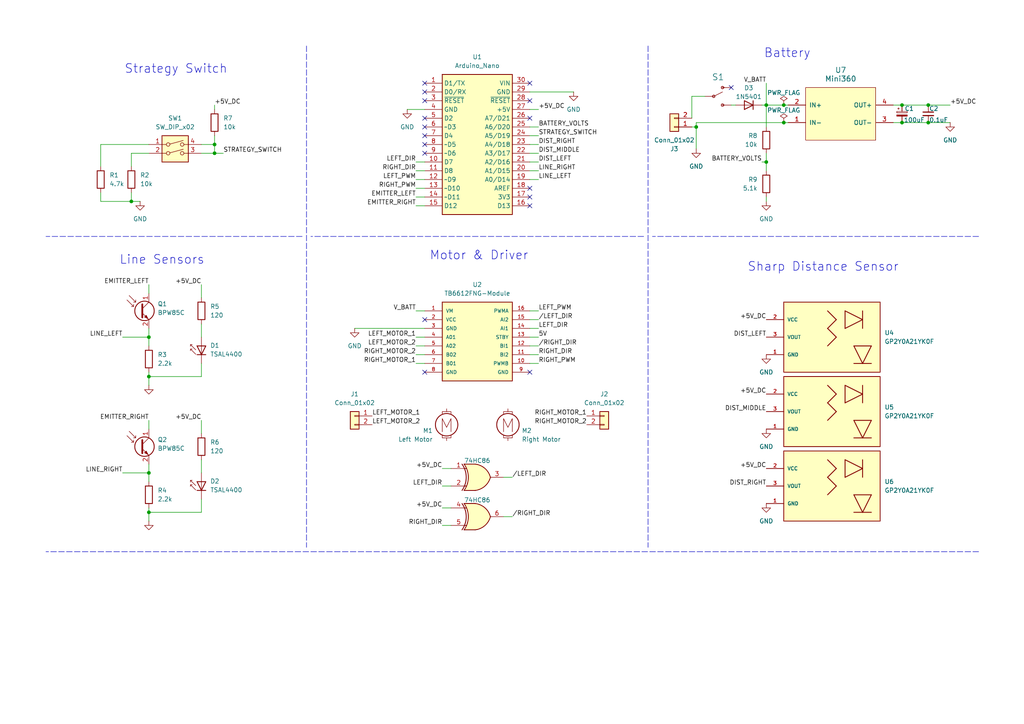
<source format=kicad_sch>
(kicad_sch (version 20250114) (generator "eeschema") (generator_version "9.0")
  (paper "A4")
  (lib_symbols
    (symbol "74xx:74HC86" (pin_names (offset 1.016))
      (property "Reference" "U" (at 0 1.27 0))
      (property "Value" "74HC86" (at 0 -1.27 0))
      (symbol "74HC86_1_0"
        (arc (start -4.4196 3.81) (mid -3.2033 0) (end -4.4196 -3.81) (stroke (width 0.254)))
        (arc (start -3.81 3.81) (mid -2.589 0) (end -3.81 -3.81) (stroke (width 0.254)))
        (polyline (pts (xy -3.81 3.81) (xy -0.635 3.81)) (stroke (width 0.254)) (fill (type background)))
        (polyline (pts (xy -3.81 -3.81) (xy -0.635 -3.81)) (stroke (width 0.254)) (fill (type background)))
        (arc (start 3.81 0) (mid 2.1855 -2.584) (end -0.6096 -3.81) (stroke (width 0.254)) (fill (type background)))
        (arc (start -0.6096 3.81) (mid 2.1928 2.5924) (end 3.81 0) (stroke (width 0.254)) (fill (type background)))
        (polyline (pts (xy -0.635 3.81) (xy -3.81 3.81) (xy -3.81 3.81) (xy -3.556 3.4036) (xy -3.0226 2.2606) (xy -2.6924 1.0414) (xy -2.6162 -0.254) (xy -2.7686 -1.4986) (xy -3.175 -2.7178) (xy -3.81 -3.81) (xy -3.81 -3.81) (xy -0.635 -3.81)) (stroke (width -25.4)) (fill (type background)))
        (pin input line (at -7.62 2.54 0) (length 4.445) (name "~") (number "1"))
        (pin input line (at -7.62 -2.54 0) (length 4.445) (name "~") (number "2"))
        (pin output line (at 7.62 0 180) (length 3.81) (name "~") (number "3"))
      )
      (symbol "74HC86_1_1"
        (polyline (pts (xy -3.81 2.54) (xy -3.175 2.54)) (stroke (width 0.1524)))
        (polyline (pts (xy -3.81 -2.54) (xy -3.175 -2.54)) (stroke (width 0.1524)))
      )
      (symbol "74HC86_2_0"
        (arc (start -4.4196 3.81) (mid -3.2033 0) (end -4.4196 -3.81) (stroke (width 0.254)))
        (arc (start -3.81 3.81) (mid -2.589 0) (end -3.81 -3.81) (stroke (width 0.254)))
        (polyline (pts (xy -3.81 3.81) (xy -0.635 3.81)) (stroke (width 0.254)) (fill (type background)))
        (polyline (pts (xy -3.81 -3.81) (xy -0.635 -3.81)) (stroke (width 0.254)) (fill (type background)))
        (arc (start 3.81 0) (mid 2.1855 -2.584) (end -0.6096 -3.81) (stroke (width 0.254)) (fill (type background)))
        (arc (start -0.6096 3.81) (mid 2.1928 2.5924) (end 3.81 0) (stroke (width 0.254)) (fill (type background)))
        (polyline (pts (xy -0.635 3.81) (xy -3.81 3.81) (xy -3.81 3.81) (xy -3.556 3.4036) (xy -3.0226 2.2606) (xy -2.6924 1.0414) (xy -2.6162 -0.254) (xy -2.7686 -1.4986) (xy -3.175 -2.7178) (xy -3.81 -3.81) (xy -3.81 -3.81) (xy -0.635 -3.81)) (stroke (width -25.4)) (fill (type background)))
        (pin input line (at -7.62 2.54 0) (length 4.445) (name "~") (number "4"))
        (pin input line (at -7.62 -2.54 0) (length 4.445) (name "~") (number "5"))
        (pin output line (at 7.62 0 180) (length 3.81) (name "~") (number "6"))
      )
      (symbol "74HC86_2_1"
        (polyline (pts (xy -3.81 2.54) (xy -3.175 2.54)) (stroke (width 0.1524)))
        (polyline (pts (xy -3.81 -2.54) (xy -3.175 -2.54)) (stroke (width 0.1524)))
      )
      (symbol "74HC86_3_0"
        (arc (start -4.4196 3.81) (mid -3.2033 0) (end -4.4196 -3.81) (stroke (width 0.254)))
        (arc (start -3.81 3.81) (mid -2.589 0) (end -3.81 -3.81) (stroke (width 0.254)))
        (polyline (pts (xy -3.81 3.81) (xy -0.635 3.81)) (stroke (width 0.254)) (fill (type background)))
        (polyline (pts (xy -3.81 -3.81) (xy -0.635 -3.81)) (stroke (width 0.254)) (fill (type background)))
        (arc (start 3.81 0) (mid 2.1855 -2.584) (end -0.6096 -3.81) (stroke (width 0.254)) (fill (type background)))
        (arc (start -0.6096 3.81) (mid 2.1928 2.5924) (end 3.81 0) (stroke (width 0.254)) (fill (type background)))
        (polyline (pts (xy -0.635 3.81) (xy -3.81 3.81) (xy -3.81 3.81) (xy -3.556 3.4036) (xy -3.0226 2.2606) (xy -2.6924 1.0414) (xy -2.6162 -0.254) (xy -2.7686 -1.4986) (xy -3.175 -2.7178) (xy -3.81 -3.81) (xy -3.81 -3.81) (xy -0.635 -3.81)) (stroke (width -25.4)) (fill (type background)))
        (pin input line (at -7.62 2.54 0) (length 4.445) (name "~") (number "9"))
        (pin input line (at -7.62 -2.54 0) (length 4.445) (name "~") (number "10"))
        (pin output line (at 7.62 0 180) (length 3.81) (name "~") (number "8"))
      )
      (symbol "74HC86_3_1"
        (polyline (pts (xy -3.81 2.54) (xy -3.175 2.54)) (stroke (width 0.1524)))
        (polyline (pts (xy -3.81 -2.54) (xy -3.175 -2.54)) (stroke (width 0.1524)))
      )
      (symbol "74HC86_4_0"
        (arc (start -4.4196 3.81) (mid -3.2033 0) (end -4.4196 -3.81) (stroke (width 0.254)))
        (arc (start -3.81 3.81) (mid -2.589 0) (end -3.81 -3.81) (stroke (width 0.254)))
        (polyline (pts (xy -3.81 3.81) (xy -0.635 3.81)) (stroke (width 0.254)) (fill (type background)))
        (polyline (pts (xy -3.81 -3.81) (xy -0.635 -3.81)) (stroke (width 0.254)) (fill (type background)))
        (arc (start 3.81 0) (mid 2.1855 -2.584) (end -0.6096 -3.81) (stroke (width 0.254)) (fill (type background)))
        (arc (start -0.6096 3.81) (mid 2.1928 2.5924) (end 3.81 0) (stroke (width 0.254)) (fill (type background)))
        (polyline (pts (xy -0.635 3.81) (xy -3.81 3.81) (xy -3.81 3.81) (xy -3.556 3.4036) (xy -3.0226 2.2606) (xy -2.6924 1.0414) (xy -2.6162 -0.254) (xy -2.7686 -1.4986) (xy -3.175 -2.7178) (xy -3.81 -3.81) (xy -3.81 -3.81) (xy -0.635 -3.81)) (stroke (width -25.4)) (fill (type background)))
        (pin input line (at -7.62 2.54 0) (length 4.445) (name "~") (number "12"))
        (pin input line (at -7.62 -2.54 0) (length 4.445) (name "~") (number "13"))
        (pin output line (at 7.62 0 180) (length 3.81) (name "~") (number "11"))
      )
      (symbol "74HC86_4_1"
        (polyline (pts (xy -3.81 2.54) (xy -3.175 2.54)) (stroke (width 0.1524)))
        (polyline (pts (xy -3.81 -2.54) (xy -3.175 -2.54)) (stroke (width 0.1524)))
      )
      (symbol "74HC86_5_0"
        (pin power_in line (at 0 12.7 270) (length 5.08) (name "VCC") (number "14"))
        (pin power_in line (at 0 -12.7 90) (length 5.08) (name "GND") (number "7"))
      )
      (symbol "74HC86_5_1"
        (rectangle (start -5.08 7.62) (end 5.08 -7.62) (stroke (width 0.254)) (fill (type background)))
      )
    )
    (symbol "Connector_Generic:Conn_01x02" (pin_names (offset 1.016) (hide yes))
      (property "Reference" "J" (at 0 2.54 0))
      (property "Value" "Conn_01x02" (at 0 -5.08 0))
      (symbol "Conn_01x02_1_1"
        (rectangle (start -1.27 1.27) (end 1.27 -3.81) (stroke (width 0.254)) (fill (type background)))
        (rectangle (start -1.27 0.127) (end 0 -0.127) (stroke (width 0.1524)))
        (rectangle (start -1.27 -2.413) (end 0 -2.667) (stroke (width 0.1524)))
        (pin passive line (at -5.08 0 0) (length 3.81) (name "Pin_1") (number "1"))
        (pin passive line (at -5.08 -2.54 0) (length 3.81) (name "Pin_2") (number "2"))
      )
    )
    (symbol "Device:C_Polarized_Small" (pin_numbers (hide yes)) (pin_names (offset 0.254) (hide yes))
      (property "Reference" "C" (at 0.254 1.778 0))
      (property "Value" "C_Polarized_Small" (at 0.254 -2.032 0))
      (symbol "C_Polarized_Small_0_1"
        (rectangle (start -1.524 0.6858) (end 1.524 0.3048))
        (rectangle (start -1.524 -0.3048) (end 1.524 -0.6858) (fill (type outline)))
        (polyline (pts (xy -1.27 1.524) (xy -0.762 1.524)))
        (polyline (pts (xy -1.016 1.27) (xy -1.016 1.778)))
      )
      (symbol "C_Polarized_Small_1_1"
        (pin passive line (at 0 2.54 270) (length 1.8542) (name "~") (number "1"))
        (pin passive line (at 0 -2.54 90) (length 1.8542) (name "~") (number "2"))
      )
    )
    (symbol "Device:C_Small" (pin_numbers (hide yes)) (pin_names (offset 0.254) (hide yes))
      (property "Reference" "C" (at 0.254 1.778 0))
      (property "Value" "C_Small" (at 0.254 -2.032 0))
      (symbol "C_Small_0_1"
        (polyline (pts (xy -1.524 0.508) (xy 1.524 0.508)) (stroke (width 0.3048)))
        (polyline (pts (xy -1.524 -0.508) (xy 1.524 -0.508)) (stroke (width 0.3302)))
      )
      (symbol "C_Small_1_1"
        (pin passive line (at 0 2.54 270) (length 2.032) (name "~") (number "1"))
        (pin passive line (at 0 -2.54 90) (length 2.032) (name "~") (number "2"))
      )
    )
    (symbol "Device:D" (pin_numbers (hide yes)) (pin_names (offset 1.016) (hide yes))
      (property "Reference" "D" (at 0 2.54 0))
      (property "Value" "D" (at 0 -2.54 0))
      (symbol "D_0_1"
        (polyline (pts (xy -1.27 1.27) (xy -1.27 -1.27)) (stroke (width 0.254)))
        (polyline (pts (xy 1.27 1.27) (xy 1.27 -1.27) (xy -1.27 0) (xy 1.27 1.27)) (stroke (width 0.254)))
        (polyline (pts (xy 1.27 0) (xy -1.27 0)))
      )
      (symbol "D_1_1"
        (pin passive line (at -3.81 0 0) (length 2.54) (name "K") (number "1"))
        (pin passive line (at 3.81 0 180) (length 2.54) (name "A") (number "2"))
      )
    )
    (symbol "Device:R" (pin_numbers (hide yes)) (pin_names (offset 0))
      (property "Reference" "R" (at 2.032 0 90))
      (property "Value" "R" (at 0 0 90))
      (symbol "R_0_1"
        (rectangle (start -1.016 -2.54) (end 1.016 2.54) (stroke (width 0.254)))
      )
      (symbol "R_1_1"
        (pin passive line (at 0 3.81 270) (length 1.27) (name "~") (number "1"))
        (pin passive line (at 0 -3.81 90) (length 1.27) (name "~") (number "2"))
      )
    )
    (symbol "GND_1" (power) (pin_numbers (hide yes)) (pin_names (offset 0) (hide yes))
      (property "Value" "GND" (at 0 -3.81 0))
      (symbol "GND_1_0_1"
        (polyline (pts (xy 0 0) (xy 0 -1.27) (xy 1.27 -1.27) (xy 0 -2.54) (xy -1.27 -1.27) (xy 0 -1.27)))
      )
      (symbol "GND_1_1_1"
        (pin power_in line (at 0 0 270) (length 0) (name "~") (number "1"))
      )
    )
    (symbol "GP2Y0A21YK0F:GP2Y0A21YK0F" (pin_names (offset 1.016))
      (property "Reference" "U" (at -12.7 0 0))
      (property "Value" "GP2Y0A21YK0F" (at -12.7 -2.54 0))
      (symbol "GP2Y0A21YK0F_0_0"
        (rectangle (start -12.7 2.54) (end 15.24 22.86) (stroke (width 0.254)) (fill (type background)))
        (polyline (pts (xy 0 20.32) (xy 2.54 17.78)) (stroke (width 0.254)))
        (polyline (pts (xy 0 15.24) (xy 2.54 12.7)) (stroke (width 0.254)))
        (polyline (pts (xy 2.54 17.78) (xy 0 15.24)) (stroke (width 0.254)))
        (polyline (pts (xy 2.54 12.7) (xy 0 10.16)) (stroke (width 0.254)))
        (polyline (pts (xy 5.08 20.32) (xy 5.08 15.24)) (stroke (width 0.254)))
        (polyline (pts (xy 5.08 15.24) (xy 10.16 17.78)) (stroke (width 0.254)))
        (polyline (pts (xy 7.62 10.16) (xy 10.16 5.08)) (stroke (width 0.254)))
        (polyline (pts (xy 7.62 5.08) (xy 12.7 5.08)) (stroke (width 0.254)))
        (polyline (pts (xy 10.16 20.32) (xy 10.16 15.24)) (stroke (width 0.254)))
        (polyline (pts (xy 10.16 17.78) (xy 5.08 20.32)) (stroke (width 0.254)))
        (polyline (pts (xy 10.16 5.08) (xy 12.7 10.16)) (stroke (width 0.254)))
        (polyline (pts (xy 12.7 10.16) (xy 7.62 10.16)) (stroke (width 0.254)))
        (pin bidirectional line (at -17.78 17.78 0) (length 5.08) (name "VCC") (number "2"))
        (pin bidirectional line (at -17.78 12.7 0) (length 5.08) (name "VOUT") (number "3"))
        (pin bidirectional line (at -17.78 7.62 0) (length 5.08) (name "GND") (number "1"))
      )
    )
    (symbol "LED:TSAL4400" (pin_numbers (hide yes)) (pin_names (offset 1.016) (hide yes))
      (property "Reference" "D" (at 0.508 1.778 0))
      (property "Value" "TSAL4400" (at -1.016 -2.794 0))
      (symbol "TSAL4400_0_1"
        (polyline (pts (xy -2.54 1.27) (xy -2.54 -1.27)) (stroke (width 0.254)))
        (polyline (pts (xy -2.413 1.651) (xy -0.889 3.175) (xy -0.889 2.667) (xy -0.889 3.175) (xy -1.397 3.175)))
        (polyline (pts (xy -1.143 1.651) (xy 0.381 3.175) (xy 0.381 2.667)))
        (polyline (pts (xy 0 1.27) (xy -2.54 0) (xy 0 -1.27) (xy 0 1.27)) (stroke (width 0.254)))
        (polyline (pts (xy 0 0) (xy -2.54 0)))
        (polyline (pts (xy 0.381 3.175) (xy -0.127 3.175)))
      )
      (symbol "TSAL4400_1_1"
        (pin passive line (at -5.08 0 0) (length 2.54) (name "K") (number "1"))
        (pin passive line (at 2.54 0 180) (length 2.54) (name "A") (number "2"))
      )
    )
    (symbol "Switch:SW_DIP_x02" (pin_names (offset 0) (hide yes))
      (property "Reference" "SW" (at 0 6.35 0))
      (property "Value" "SW_DIP_x02" (at 0 -3.81 0))
      (symbol "SW_DIP_x02_0_0"
        (circle (center -2.032 2.54) (radius 0.508))
        (circle (center -2.032 0) (radius 0.508))
        (polyline (pts (xy -1.524 2.667) (xy 2.3622 3.7084)))
        (polyline (pts (xy -1.524 0.127) (xy 2.3622 1.1684)))
        (circle (center 2.032 2.54) (radius 0.508))
        (circle (center 2.032 0) (radius 0.508))
      )
      (symbol "SW_DIP_x02_0_1"
        (rectangle (start -3.81 5.08) (end 3.81 -2.54) (stroke (width 0.254)) (fill (type background)))
      )
      (symbol "SW_DIP_x02_1_1"
        (pin passive line (at -7.62 2.54 0) (length 5.08) (name "~") (number "1"))
        (pin passive line (at -7.62 0 0) (length 5.08) (name "~") (number "2"))
        (pin passive line (at 7.62 2.54 180) (length 5.08) (name "~") (number "4"))
        (pin passive line (at 7.62 0 180) (length 5.08) (name "~") (number "3"))
      )
    )
    (symbol "mini360:Mini360" (pin_names (offset 1.016))
      (property "Reference" "U" (at 0 -5.08 0))
      (property "Value" "Mini360" (at 0 5.08 0))
      (symbol "Mini360_0_1"
        (rectangle (start -10.16 7.62) (end 10.16 -7.62) (fill (type background)))
      )
      (symbol "Mini360_1_1"
        (pin power_in line (at -15.24 2.54 0) (length 5.08) (name "IN+") (number "2"))
        (pin power_in line (at -15.24 -2.54 0) (length 5.08) (name "IN-") (number "1"))
        (pin power_out line (at 15.24 2.54 180) (length 5.08) (name "OUT+") (number "4"))
        (pin power_out line (at 15.24 -2.54 180) (length 5.08) (name "OUT-") (number "3"))
      )
    )
    (symbol "power:PWR_FLAG" (power) (pin_numbers (hide yes)) (pin_names (offset 0) (hide yes))
      (property "Value" "PWR_FLAG" (at 0 3.81 0))
      (symbol "PWR_FLAG_0_0"
        (pin power_out line (at 0 0 90) (length 0) (name "pwr") (number "1"))
      )
      (symbol "PWR_FLAG_0_1"
        (polyline (pts (xy 0 0) (xy 0 1.27) (xy -1.016 1.905) (xy 0 2.54) (xy 1.016 1.905) (xy 0 1.27)))
      )
    )
    (symbol "ukmarsbot:Arduino_Nano"
      (property "Reference" "U" (at -10.16 24.13 0))
      (property "Value" "Arduino_Nano" (at -10.16 22.86 0))
      (symbol "Arduino_Nano_0_1"
        (rectangle (start -10.16 20.32) (end 10.16 -20.32) (stroke (width 0.254)) (fill (type background)))
      )
      (symbol "Arduino_Nano_1_1"
        (pin bidirectional line (at -15.24 17.78 0) (length 5.08) (name "D1/TX") (number "1"))
        (pin bidirectional line (at -15.24 15.24 0) (length 5.08) (name "D0/RX") (number "2"))
        (pin input line (at -15.24 12.7 0) (length 5.08) (name "~{RESET}") (number "3"))
        (pin power_in line (at -15.24 10.16 0) (length 5.08) (name "GND") (number "4"))
        (pin bidirectional line (at -15.24 7.62 0) (length 5.08) (name "D2") (number "5"))
        (pin bidirectional line (at -15.24 5.08 0) (length 5.08) (name "~D3") (number "6"))
        (pin bidirectional line (at -15.24 2.54 0) (length 5.08) (name "D4") (number "7"))
        (pin bidirectional line (at -15.24 0 0) (length 5.08) (name "~D5") (number "8"))
        (pin bidirectional line (at -15.24 -2.54 0) (length 5.08) (name "~D6") (number "9"))
        (pin bidirectional line (at -15.24 -5.08 0) (length 5.08) (name "D7") (number "10"))
        (pin bidirectional line (at -15.24 -7.62 0) (length 5.08) (name "D8") (number "11"))
        (pin bidirectional line (at -15.24 -10.16 0) (length 5.08) (name "~D9") (number "12"))
        (pin bidirectional line (at -15.24 -12.7 0) (length 5.08) (name "~D10") (number "13"))
        (pin bidirectional line (at -15.24 -15.24 0) (length 5.08) (name "~D11") (number "14"))
        (pin bidirectional line (at -15.24 -17.78 0) (length 5.08) (name "D12") (number "15"))
        (pin power_in line (at 15.24 17.78 180) (length 5.08) (name "VIN") (number "30"))
        (pin power_in line (at 15.24 15.24 180) (length 5.08) (name "GND") (number "29"))
        (pin input line (at 15.24 12.7 180) (length 5.08) (name "~{RESET}") (number "28"))
        (pin power_out line (at 15.24 10.16 180) (length 5.08) (name "+5V") (number "27"))
        (pin bidirectional line (at 15.24 7.62 180) (length 5.08) (name "A7/D21") (number "26"))
        (pin bidirectional line (at 15.24 5.08 180) (length 5.08) (name "A6/D20") (number "25"))
        (pin bidirectional line (at 15.24 2.54 180) (length 5.08) (name "A5/D19") (number "24"))
        (pin bidirectional line (at 15.24 0 180) (length 5.08) (name "A4/D18") (number "23"))
        (pin bidirectional line (at 15.24 -2.54 180) (length 5.08) (name "A3/D17") (number "22"))
        (pin bidirectional line (at 15.24 -5.08 180) (length 5.08) (name "A2/D16") (number "21"))
        (pin bidirectional line (at 15.24 -7.62 180) (length 5.08) (name "A1/D15") (number "20"))
        (pin bidirectional line (at 15.24 -10.16 180) (length 5.08) (name "A0/D14") (number "19"))
        (pin input line (at 15.24 -12.7 180) (length 5.08) (name "AREF") (number "18"))
        (pin power_out line (at 15.24 -15.24 180) (length 5.08) (name "3V3") (number "17"))
        (pin bidirectional line (at 15.24 -17.78 180) (length 5.08) (name "D13") (number "16"))
      )
    )
    (symbol "ukmarsbot:BPW85C" (pin_names (offset 0) (hide yes))
      (property "Reference" "Q" (at 5.08 1.27 0))
      (property "Value" "BPW85C" (at 5.08 -1.27 0))
      (symbol "BPW85C_0_1"
        (polyline (pts (xy -3.81 3.175) (xy -1.905 1.27) (xy -1.905 1.905)))
        (polyline (pts (xy -3.175 4.445) (xy -1.27 2.54) (xy -1.27 3.175)))
        (polyline (pts (xy -1.905 1.27) (xy -2.54 1.27)))
        (polyline (pts (xy -1.27 2.54) (xy -1.905 2.54)))
        (polyline (pts (xy 0.635 1.905) (xy 0.635 -1.905) (xy 0.635 -1.905)) (stroke (width 0.508)))
        (polyline (pts (xy 0.635 0.635) (xy 2.54 2.54)))
        (polyline (pts (xy 0.635 -0.635) (xy 2.54 -2.54) (xy 2.54 -2.54)))
        (circle (center 1.27 0) (radius 2.8194) (stroke (width 0.254)))
        (polyline (pts (xy 1.27 -1.778) (xy 1.778 -1.27) (xy 2.286 -2.286) (xy 1.27 -1.778) (xy 1.27 -1.778)) (fill (type outline)))
      )
      (symbol "BPW85C_1_1"
        (pin passive line (at 2.54 5.08 270) (length 2.54) (name "C") (number "1"))
        (pin passive line (at 2.54 -5.08 90) (length 2.54) (name "E") (number "2"))
      )
    )
    (symbol "ukmarsbot:GEARMOTOR" (pin_names (offset 0))
      (property "Reference" "M" (at 2.54 2.54 0))
      (property "Value" "GEARMOTOR" (at 2.286 -2.286 0))
      (symbol "GEARMOTOR_0_0"
        (polyline (pts (xy -1.27 -2.032) (xy -1.27 1.778) (xy 0 -0.762) (xy 1.27 1.778) (xy 1.27 -2.032)))
      )
      (symbol "GEARMOTOR_0_1"
        (polyline (pts (xy -1.27 3.048) (xy -1.27 3.81) (xy 1.27 3.81) (xy 1.27 3.048)) (stroke (width 0.1524)))
        (polyline (pts (xy 0 3.81) (xy 0 4.6228)))
        (circle (center 0 0) (radius 3.2512) (stroke (width 0.254)))
        (polyline (pts (xy 0 -3.81) (xy 0 -4.6228)))
        (polyline (pts (xy 1.27 -3.048) (xy 1.27 -3.81) (xy -1.27 -3.81) (xy -1.27 -3.048)) (stroke (width 0.1524)))
      )
    )
    (symbol "ukmarsbot:SWITCH-SPDT-PTH-11.6X4.0MM"
      (property "Reference" "S" (at 1.27 3.048 0))
      (property "Value" "SWITCH-SPDT-PTH-11.6X4.0MM" (at 1.016 -3.302 0))
      (symbol "SWITCH-SPDT-PTH-11.6X4.0MM_1_0"
        (polyline (pts (xy 0 0) (xy 2.54 1.27)) (stroke (width 0.1524)))
        (circle (center 0 0) (radius 0.3592) (stroke (width 0.2032)))
        (polyline (pts (xy 2.54 2.54) (xy 3.175 2.54)) (stroke (width 0.1524)))
        (circle (center 2.54 2.54) (radius 0.3592) (stroke (width 0.2032)))
        (polyline (pts (xy 2.54 -2.54) (xy 3.175 -2.54)) (stroke (width 0.127)))
        (circle (center 2.54 -2.54) (radius 0.3592) (stroke (width 0.2032)))
        (pin passive line (at -2.54 0 0) (length 2.54) (name "P") (number "2"))
        (pin passive line (at 5.08 2.54 180) (length 2.54) (name "O") (number "1"))
        (pin passive line (at 5.08 -2.54 180) (length 2.54) (name "S") (number "3"))
      )
    )
    (symbol "ukmarsbot:TB6612FNG-Module" (pin_names (offset 1.016))
      (property "Reference" "U" (at -10.16 17 0))
      (property "Value" "TB6612FNG-Module" (at -10.16 -15.24 0))
      (symbol "TB6612FNG-Module_0_0"
        (rectangle (start -10.16 16.51) (end 10.16 -6.35) (stroke (width 0.254)) (fill (type background)))
        (pin power_in line (at -15.24 13.97 0) (length 5.08) (name "VM") (number "1"))
        (pin power_in line (at -15.24 11.43 0) (length 5.08) (name "VCC") (number "2"))
        (pin power_in line (at -15.24 8.89 0) (length 5.08) (name "GND") (number "3"))
        (pin output line (at -15.24 6.35 0) (length 5.08) (name "A01") (number "4"))
        (pin output line (at -15.24 3.81 0) (length 5.08) (name "A02") (number "5"))
        (pin output line (at -15.24 1.27 0) (length 5.08) (name "B02") (number "6"))
        (pin output line (at -15.24 -1.27 0) (length 5.08) (name "B01") (number "7"))
        (pin power_in line (at -15.24 -3.81 0) (length 5.08) (name "GND") (number "8"))
        (pin input line (at 15.24 13.97 180) (length 5.08) (name "PWMA") (number "16"))
        (pin input line (at 15.24 11.43 180) (length 5.08) (name "AI2") (number "15"))
        (pin input line (at 15.24 8.89 180) (length 5.08) (name "AI1") (number "14"))
        (pin input line (at 15.24 6.35 180) (length 5.08) (name "STBY") (number "13"))
        (pin input line (at 15.24 3.81 180) (length 5.08) (name "BI1") (number "12"))
        (pin input line (at 15.24 1.27 180) (length 5.08) (name "BI2") (number "11"))
        (pin input line (at 15.24 -1.27 180) (length 5.08) (name "PWMB") (number "10"))
        (pin power_in line (at 15.24 -3.81 180) (length 5.08) (name "GND") (number "9"))
      )
    )
  )
  (text "Motor & Driver" (at 138.938 74.168 0) (effects (font (size 2.54 2.54))))
  (text "Line Sensors" (at 46.99 75.438 0) (effects (font (size 2.54 2.54))))
  (text "Battery" (at 228.346 15.494 0) (effects (font (size 2.54 2.54))))
  (text "Sharp Distance Sensor" (at 238.76 77.47 0) (effects (font (size 2.54 2.54))))
  (text "Strategy Switch" (at 51.054 20.066 0) (effects (font (size 2.54 2.54))))
  (junction (at 269.24 35.56))
  (junction (at 43.18 109.22))
  (junction (at 222.25 46.99))
  (junction (at 222.25 30.48))
  (junction (at 43.18 148.59))
  (junction (at 227.33 35.56))
  (junction (at 269.24 30.48))
  (junction (at 62.23 44.45))
  (junction (at 261.62 35.56))
  (junction (at 227.33 30.48))
  (junction (at 38.1 58.42))
  (junction (at 43.18 97.79))
  (junction (at 43.18 137.16))
  (junction (at 261.62 30.48))
  (junction (at 201.93 36.83))
  (junction (at 62.23 41.91))
  (no_connect (at 153.67 54.61))
  (no_connect (at 123.19 24.13))
  (no_connect (at 123.19 34.29))
  (no_connect (at 153.67 29.21))
  (no_connect (at 123.19 44.45))
  (no_connect (at 212.09 25.4))
  (no_connect (at 123.19 29.21))
  (no_connect (at 123.19 107.95))
  (no_connect (at 123.19 26.67))
  (no_connect (at 153.67 24.13))
  (no_connect (at 123.19 41.91))
  (no_connect (at 123.19 92.71))
  (no_connect (at 153.67 57.15))
  (no_connect (at 123.19 39.37))
  (no_connect (at 153.67 34.29))
  (no_connect (at 123.19 36.83))
  (no_connect (at 153.67 107.95))
  (no_connect (at 153.67 59.69))
  (wire (pts (xy 58.42 109.22) (xy 43.18 109.22)))
  (wire (pts (xy 62.23 30.48) (xy 62.23 31.75)))
  (wire (pts (xy 130.81 147.32) (xy 128.27 147.32)))
  (polyline (pts (xy 88.9 13.335) (xy 88.9 158.75)) (stroke (width 0) (type dash)))
  (wire (pts (xy 120.65 102.87) (xy 123.19 102.87)))
  (wire (pts (xy 62.23 39.37) (xy 62.23 41.91)))
  (wire (pts (xy 156.21 92.71) (xy 153.67 92.71)))
  (wire (pts (xy 35.56 137.16) (xy 43.18 137.16)))
  (wire (pts (xy 58.42 93.98) (xy 58.42 97.79)))
  (wire (pts (xy 200.66 27.94) (xy 200.66 34.29)))
  (wire (pts (xy 58.42 121.92) (xy 58.42 125.73)))
  (wire (pts (xy 58.42 133.35) (xy 58.42 137.16)))
  (wire (pts (xy 201.93 35.56) (xy 201.93 36.83)))
  (wire (pts (xy 120.65 57.15) (xy 123.19 57.15)))
  (wire (pts (xy 120.65 100.33) (xy 123.19 100.33)))
  (wire (pts (xy 43.18 107.95) (xy 43.18 109.22)))
  (polyline (pts (xy 283.845 68.58) (xy 189.23 68.58)) (stroke (width 0) (type dash)))
  (wire (pts (xy 146.05 149.86) (xy 148.59 149.86)))
  (wire (pts (xy 212.09 30.48) (xy 213.36 30.48)))
  (wire (pts (xy 259.08 30.48) (xy 261.62 30.48)))
  (wire (pts (xy 58.42 82.55) (xy 58.42 86.36)))
  (wire (pts (xy 220.98 30.48) (xy 222.25 30.48)))
  (wire (pts (xy 35.56 97.79) (xy 43.18 97.79)))
  (wire (pts (xy 120.65 97.79) (xy 123.19 97.79)))
  (wire (pts (xy 38.1 58.42) (xy 29.21 58.42)))
  (wire (pts (xy 156.21 52.07) (xy 153.67 52.07)))
  (wire (pts (xy 29.21 58.42) (xy 29.21 55.88)))
  (wire (pts (xy 43.18 41.91) (xy 29.21 41.91)))
  (wire (pts (xy 156.21 41.91) (xy 153.67 41.91)))
  (polyline (pts (xy 87.63 68.58) (xy 13.335 68.58)) (stroke (width 0) (type dash)))
  (wire (pts (xy 146.05 138.43) (xy 148.59 138.43)))
  (wire (pts (xy 130.81 152.4) (xy 128.27 152.4)))
  (wire (pts (xy 201.93 36.83) (xy 201.93 43.18)))
  (wire (pts (xy 43.18 124.46) (xy 43.18 121.92)))
  (wire (pts (xy 269.24 35.56) (xy 275.59 35.56)))
  (wire (pts (xy 102.87 95.25) (xy 123.19 95.25)))
  (wire (pts (xy 120.65 90.17) (xy 123.19 90.17)))
  (wire (pts (xy 38.1 44.45) (xy 38.1 48.26)))
  (wire (pts (xy 200.66 36.83) (xy 201.93 36.83)))
  (wire (pts (xy 261.62 35.56) (xy 269.24 35.56)))
  (wire (pts (xy 29.21 41.91) (xy 29.21 48.26)))
  (wire (pts (xy 130.81 135.89) (xy 128.27 135.89)))
  (wire (pts (xy 120.65 59.69) (xy 123.19 59.69)))
  (wire (pts (xy 43.18 148.59) (xy 43.18 151.13)))
  (wire (pts (xy 120.65 105.41) (xy 123.19 105.41)))
  (wire (pts (xy 58.42 144.78) (xy 58.42 148.59)))
  (wire (pts (xy 38.1 58.42) (xy 40.64 58.42)))
  (wire (pts (xy 38.1 55.88) (xy 38.1 58.42)))
  (wire (pts (xy 130.81 140.97) (xy 128.27 140.97)))
  (wire (pts (xy 156.21 36.83) (xy 153.67 36.83)))
  (wire (pts (xy 261.62 30.48) (xy 269.24 30.48)))
  (wire (pts (xy 62.23 44.45) (xy 64.77 44.45)))
  (wire (pts (xy 120.65 49.53) (xy 123.19 49.53)))
  (wire (pts (xy 220.98 46.99) (xy 222.25 46.99)))
  (wire (pts (xy 156.21 39.37) (xy 153.67 39.37)))
  (wire (pts (xy 156.21 31.75) (xy 153.67 31.75)))
  (wire (pts (xy 118.11 31.75) (xy 123.19 31.75)))
  (wire (pts (xy 43.18 95.25) (xy 43.18 97.79)))
  (wire (pts (xy 269.24 30.48) (xy 275.59 30.48)))
  (wire (pts (xy 222.25 46.99) (xy 222.25 49.53)))
  (wire (pts (xy 156.21 100.33) (xy 153.67 100.33)))
  (wire (pts (xy 120.65 52.07) (xy 123.19 52.07)))
  (wire (pts (xy 43.18 97.79) (xy 43.18 100.33)))
  (wire (pts (xy 153.67 26.67) (xy 166.37 26.67)))
  (wire (pts (xy 227.33 35.56) (xy 228.6 35.56)))
  (wire (pts (xy 201.93 35.56) (xy 227.33 35.56)))
  (wire (pts (xy 156.21 90.17) (xy 153.67 90.17)))
  (wire (pts (xy 156.21 46.99) (xy 153.67 46.99)))
  (wire (pts (xy 227.33 30.48) (xy 228.6 30.48)))
  (wire (pts (xy 62.23 41.91) (xy 62.23 44.45)))
  (wire (pts (xy 156.21 97.79) (xy 153.67 97.79)))
  (wire (pts (xy 58.42 105.41) (xy 58.42 109.22)))
  (wire (pts (xy 156.21 105.41) (xy 153.67 105.41)))
  (wire (pts (xy 58.42 44.45) (xy 62.23 44.45)))
  (wire (pts (xy 43.18 134.62) (xy 43.18 137.16)))
  (wire (pts (xy 43.18 109.22) (xy 43.18 111.76)))
  (wire (pts (xy 222.25 24.13) (xy 222.25 30.48)))
  (wire (pts (xy 156.21 102.87) (xy 153.67 102.87)))
  (polyline (pts (xy 187.96 13.335) (xy 187.96 158.75)) (stroke (width 0) (type dash)))
  (wire (pts (xy 156.21 49.53) (xy 153.67 49.53)))
  (wire (pts (xy 120.65 54.61) (xy 123.19 54.61)))
  (wire (pts (xy 222.25 30.48) (xy 227.33 30.48)))
  (wire (pts (xy 43.18 85.09) (xy 43.18 82.55)))
  (polyline (pts (xy 283.845 160.02) (xy 13.335 160.02)) (stroke (width 0) (type dash)))
  (wire (pts (xy 43.18 137.16) (xy 43.18 139.7)))
  (wire (pts (xy 58.42 41.91) (xy 62.23 41.91)))
  (polyline (pts (xy 186.69 68.58) (xy 90.17 68.58)) (stroke (width 0) (type dash)))
  (wire (pts (xy 222.25 30.48) (xy 222.25 36.83)))
  (wire (pts (xy 156.21 44.45) (xy 153.67 44.45)))
  (wire (pts (xy 259.08 35.56) (xy 261.62 35.56)))
  (wire (pts (xy 222.25 44.45) (xy 222.25 46.99)))
  (wire (pts (xy 120.65 46.99) (xy 123.19 46.99)))
  (wire (pts (xy 156.21 95.25) (xy 153.67 95.25)))
  (wire (pts (xy 43.18 147.32) (xy 43.18 148.59)))
  (wire (pts (xy 200.66 27.94) (xy 204.47 27.94)))
  (wire (pts (xy 43.18 44.45) (xy 38.1 44.45)))
  (wire (pts (xy 58.42 148.59) (xy 43.18 148.59)))
  (wire (pts (xy 222.25 57.15) (xy 222.25 58.42)))
  (label "+5V_DC" (at 128.27 135.89 180))
  (label "LEFT_DIR" (at 128.27 140.97 180))
  (label "DIST_RIGHT" (at 156.21 41.91 0))
  (label "+5V_DC" (at 222.25 135.89 180))
  (label "LINE_LEFT" (at 35.56 97.79 180))
  (label "/RIGHT_DIR" (at 156.21 100.33 0))
  (label "5V" (at 156.21 97.79 0))
  (label "RIGHT_PWM" (at 120.65 54.61 180))
  (label "+5V_DC" (at 156.21 31.75 0))
  (label "+5V_DC" (at 58.42 121.92 180))
  (label "RIGHT_MOTOR_1" (at 120.65 105.41 180))
  (label "LEFT_DIR" (at 120.65 46.99 180))
  (label "+5V_DC" (at 222.25 114.3 180))
  (label "DIST_LEFT" (at 222.25 97.79 180))
  (label "+5V_DC" (at 275.59 30.48 0))
  (label "/LEFT_DIR" (at 156.21 92.71 0))
  (label "EMITTER_RIGHT" (at 43.18 121.92 180))
  (label "RIGHT_DIR" (at 120.65 49.53 180))
  (label "EMITTER_LEFT" (at 120.65 57.15 180))
  (label "LEFT_PWM" (at 156.21 90.17 0))
  (label "/LEFT_DIR" (at 148.59 138.43 0))
  (label "EMITTER_RIGHT" (at 120.65 59.69 180))
  (label "DIST_MIDDLE" (at 222.25 119.38 180))
  (label "+5V_DC" (at 128.27 147.32 180))
  (label "+5V_DC" (at 222.25 92.71 180))
  (label "V_BATT" (at 222.25 24.13 180))
  (label "DIST_LEFT" (at 156.21 46.99 0))
  (label "BATTERY_VOLTS" (at 156.21 36.83 0))
  (label "RIGHT_PWM" (at 156.21 105.41 0))
  (label "LINE_LEFT" (at 156.21 52.07 0))
  (label "LEFT_MOTOR_1" (at 120.65 97.79 180))
  (label "RIGHT_DIR" (at 156.21 102.87 0))
  (label "LEFT_MOTOR_2" (at 120.65 100.33 180))
  (label "LEFT_DIR" (at 156.21 95.25 0))
  (label "LINE_RIGHT" (at 156.21 49.53 0))
  (label "RIGHT_MOTOR_2" (at 170.18 123.19 180))
  (label "DIST_RIGHT" (at 222.25 140.97 180))
  (label "DIST_MIDDLE" (at 156.21 44.45 0))
  (label "LINE_RIGHT" (at 35.56 137.16 180))
  (label "BATTERY_VOLTS" (at 220.98 46.99 180))
  (label "STRATEGY_SWITCH" (at 156.21 39.37 0))
  (label "RIGHT_MOTOR_1" (at 170.18 120.65 180))
  (label "LEFT_PWM" (at 120.65 52.07 180))
  (label "/RIGHT_DIR" (at 148.59 149.86 0))
  (label "+5V_DC" (at 58.42 82.55 180))
  (label "V_BATT" (at 120.65 90.17 180))
  (label "RIGHT_DIR" (at 128.27 152.4 180))
  (label "EMITTER_LEFT" (at 43.18 82.55 180))
  (label "+5V_DC" (at 62.23 30.48 0))
  (label "LEFT_MOTOR_1" (at 107.95 120.65 0))
  (label "RIGHT_MOTOR_2" (at 120.65 102.87 180))
  (label "STRATEGY_SWITCH" (at 64.77 44.45 0))
  (label "LEFT_MOTOR_2" (at 107.95 123.19 0))
  (symbol (lib_id "LED:TSAL4400") (at 58.42 100.33 90) (unit 1)
    (property "Reference" "D1" (at 60.96 100.2029 90) (effects (justify right)))
    (property "Value" "TSAL4400" (at 60.96 102.7429 90) (effects (justify right)))
    (property "Footprint" "LED_THT:LED_D3.0mm_IRBlack" (effects (hide yes)))
    (property "Datasheet" "http://www.vishay.com/docs/81006/tsal4400.pdf" (effects (hide yes)))
    (property "Description" "Infrared LED , 3mm LED package" (effects (hide yes)))
  )
  (symbol (lib_id "Connector_Generic:Conn_01x02") (at 175.26 120.65 0) (unit 1)
    (property "Reference" "J2" (at 175.26 114.3 0))
    (property "Value" "Conn_01x02" (at 175.26 116.84 0))
    (property "Footprint" "Connector_JST:JST_XH_B2B-XH-A_1x02_P2.50mm_Vertical" (effects (hide yes)))
    (property "Description" "Generic connector, single row, 01x02, script generated (kicad-library-utils/schlib/autogen/connector/)" (effects (hide yes)))
  )
  (symbol (lib_name "GND_1") (lib_id "power:GND") (at 222.25 102.87 0) (unit 1)
    (property "Reference" "#PWR09" (effects (hide yes)))
    (property "Value" "GND" (at 222.25 107.95 0))
    (property "Description" "Power symbol creates a global label with name \"GND\" , ground" (effects (hide yes)))
  )
  (symbol (lib_id "Device:R") (at 38.1 52.07 0) (unit 1)
    (property "Reference" "R2" (at 40.64 50.7999 0) (effects (justify left)))
    (property "Value" "10k" (at 40.64 53.3399 0) (effects (justify left)))
    (property "Footprint" "ukmarsbot:R_Axial_DIN0207_L6.3mm_D2.5mm_P7.62mm_BIGPAD" (effects (hide yes)))
    (property "Description" "Resistor" (effects (hide yes)))
  )
  (symbol (lib_id "LED:TSAL4400") (at 58.42 139.7 90) (unit 1)
    (property "Reference" "D2" (at 60.96 139.5729 90) (effects (justify right)))
    (property "Value" "TSAL4400" (at 60.96 142.1129 90) (effects (justify right)))
    (property "Footprint" "LED_THT:LED_D3.0mm_IRBlack" (effects (hide yes)))
    (property "Datasheet" "http://www.vishay.com/docs/81006/tsal4400.pdf" (effects (hide yes)))
    (property "Description" "Infrared LED , 3mm LED package" (effects (hide yes)))
  )
  (symbol (lib_name "GND_1") (lib_id "power:GND") (at 43.18 151.13 0) (unit 1)
    (property "Reference" "#PWR03" (effects (hide yes)))
    (property "Value" "GND" (effects (hide yes)))
    (property "Description" "Power symbol creates a global label with name \"GND\" , ground" (effects (hide yes)))
  )
  (symbol (lib_name "GND_1") (lib_id "power:GND") (at 43.18 111.76 0) (unit 1)
    (property "Reference" "#PWR02" (effects (hide yes)))
    (property "Value" "GND" (effects (hide yes)))
    (property "Description" "Power symbol creates a global label with name \"GND\" , ground" (effects (hide yes)))
  )
  (symbol (lib_id "Device:R") (at 43.18 104.14 0) (unit 1)
    (property "Reference" "R3" (at 45.72 102.8699 0) (effects (justify left)))
    (property "Value" "2.2k" (at 45.72 105.4099 0) (effects (justify left)))
    (property "Footprint" "ukmarsbot:R_Axial_DIN0207_L6.3mm_D2.5mm_P7.62mm_BIGPAD" (effects (hide yes)))
    (property "Description" "Resistor" (effects (hide yes)))
  )
  (symbol (lib_id "Device:R") (at 29.21 52.07 0) (unit 1)
    (property "Reference" "R1" (at 31.75 50.7999 0) (effects (justify left)))
    (property "Value" "4.7k" (at 31.75 53.3399 0) (effects (justify left)))
    (property "Footprint" "ukmarsbot:R_Axial_DIN0207_L6.3mm_D2.5mm_P7.62mm_BIGPAD" (effects (hide yes)))
    (property "Description" "Resistor" (effects (hide yes)))
  )
  (symbol (lib_id "ukmarsbot:TB6612FNG-Module") (at 138.43 104.14 0) (unit 1)
    (property "Reference" "U2" (at 138.43 82.55 0))
    (property "Value" "TB6612FNG-Module" (at 138.43 85.09 0))
    (property "Footprint" "MODULE_ROB-14450" (effects (hide yes)))
    (property "STANDARD" "Manufacturer Recommendation" (effects (hide yes)))
    (property "MANUFACTURER" "Sparkfun Electronics" (effects (hide yes)))
    (property "PARTREV" "11-13-17" (effects (hide yes)))
  )
  (symbol (lib_id "power:PWR_FLAG") (at 227.33 35.56 0) (unit 1)
    (property "Reference" "#FLG02" (effects (hide yes)))
    (property "Value" "PWR_FLAG" (at 227.33 31.9842 0))
  )
  (symbol (lib_id "Connector_Generic:Conn_01x02") (at 102.87 120.65 0) (mirror y) (unit 1)
    (property "Reference" "J1" (at 102.87 114.3 0))
    (property "Value" "Conn_01x02" (at 102.87 116.84 0))
    (property "Footprint" "Connector_JST:JST_XH_B2B-XH-A_1x02_P2.50mm_Vertical" (effects (hide yes)))
    (property "Description" "Generic connector, single row, 01x02, script generated (kicad-library-utils/schlib/autogen/connector/)" (effects (hide yes)))
  )
  (symbol (lib_name "GND_1") (lib_id "power:GND") (at 166.37 26.67 0) (unit 1)
    (property "Reference" "#PWR06" (effects (hide yes)))
    (property "Value" "GND" (at 166.37 31.75 0))
    (property "Description" "Power symbol creates a global label with name \"GND\" , ground" (effects (hide yes)))
  )
  (symbol (lib_name "GND_1") (lib_id "power:GND") (at 222.25 58.42 0) (unit 1)
    (property "Reference" "#PWR08" (effects (hide yes)))
    (property "Value" "GND" (at 222.25 63.5 0))
    (property "Description" "Power symbol creates a global label with name \"GND\" , ground" (effects (hide yes)))
  )
  (symbol (lib_id "Switch:SW_DIP_x02") (at 50.8 44.45 0) (unit 1)
    (property "Reference" "SW1" (at 50.8 34.29 0))
    (property "Value" "SW_DIP_x02" (at 50.8 36.83 0))
    (property "Footprint" "Button_Switch_THT:SW_DIP_SPSTx02_Slide_9.78x7.26mm_W7.62mm_P2.54mm" (effects (hide yes)))
    (property "Description" "2x DIP Switch, Single Pole Single Throw (SPST) switch, small symbol" (effects (hide yes)))
  )
  (symbol (lib_name "GND_1") (lib_id "power:GND") (at 40.64 58.42 0) (unit 1)
    (property "Reference" "#PWR01" (effects (hide yes)))
    (property "Value" "GND" (at 40.64 63.5 0))
    (property "Description" "Power symbol creates a global label with name \"GND\" , ground" (effects (hide yes)))
  )
  (symbol (lib_id "ukmarsbot:SWITCH-SPDT-PTH-11.6X4.0MM") (at 207.01 27.94 0) (unit 1)
    (property "Reference" "S1" (at 208.28 22.352 0) (effects (font (size 1.778 1.778))))
    (property "Value" "SWITCH-SPDT-PTH-11.6X4.0MM" (effects (hide yes)))
  )
  (symbol (lib_id "Device:C_Polarized_Small") (at 261.62 33.02 0) (unit 1)
    (property "Reference" "C1" (at 262.382 31.496 0) (effects (justify left)))
    (property "Value" "100uF" (at 262.128 34.798 0) (effects (justify left)))
    (property "Footprint" "Capacitor_THT:CP_Radial_D6.3mm_P2.50mm" (effects (hide yes)))
    (property "Description" "Polarized capacitor, small symbol" (effects (hide yes)))
  )
  (symbol (lib_id "Device:R") (at 58.42 90.17 0) (unit 1)
    (property "Reference" "R5" (at 60.96 88.8999 0) (effects (justify left)))
    (property "Value" "120" (at 60.96 91.4399 0) (effects (justify left)))
    (property "Footprint" "ukmarsbot:R_Axial_DIN0207_L6.3mm_D2.5mm_P7.62mm_BIGPAD" (effects (hide yes)))
    (property "Description" "Resistor" (effects (hide yes)))
  )
  (symbol (lib_name "GND_1") (lib_id "power:GND") (at 118.11 31.75 0) (unit 1)
    (property "Reference" "#PWR05" (effects (hide yes)))
    (property "Value" "GND" (at 118.11 36.83 0))
    (property "Description" "Power symbol creates a global label with name \"GND\" , ground" (effects (hide yes)))
  )
  (symbol (lib_id "Device:R") (at 58.42 129.54 0) (unit 1)
    (property "Reference" "R6" (at 60.96 128.2699 0) (effects (justify left)))
    (property "Value" "120" (at 60.96 130.8099 0) (effects (justify left)))
    (property "Footprint" "ukmarsbot:R_Axial_DIN0207_L6.3mm_D2.5mm_P7.62mm_BIGPAD" (effects (hide yes)))
    (property "Description" "Resistor" (effects (hide yes)))
  )
  (symbol (lib_id "Device:R") (at 43.18 143.51 0) (unit 1)
    (property "Reference" "R4" (at 45.72 142.2399 0) (effects (justify left)))
    (property "Value" "2.2k" (at 45.72 144.7799 0) (effects (justify left)))
    (property "Footprint" "ukmarsbot:R_Axial_DIN0207_L6.3mm_D2.5mm_P7.62mm_BIGPAD" (effects (hide yes)))
    (property "Description" "Resistor" (effects (hide yes)))
  )
  (symbol (lib_name "GND_1") (lib_id "power:GND") (at 222.25 124.46 0) (unit 1)
    (property "Reference" "#PWR010" (effects (hide yes)))
    (property "Value" "GND" (at 222.25 129.54 0))
    (property "Description" "Power symbol creates a global label with name \"GND\" , ground" (effects (hide yes)))
  )
  (symbol (lib_id "GP2Y0A21YK0F:GP2Y0A21YK0F") (at 240.03 110.49 0) (unit 1)
    (property "Reference" "U4" (at 256.54 96.5199 0) (effects (justify left)))
    (property "Value" "GP2Y0A21YK0F" (at 256.54 99.0599 0) (effects (justify left)))
    (property "Footprint" "GP2Y0A21YK0F:22-23-2031" (effects (hide yes)))
    (property "MF" "SHARP/Socle Technology" (effects (hide yes)))
    (property "Description_1" "Optical Sensor 10 ~ 80cm Analog Output" (effects (hide yes)))
    (property "Package" "HVQFN-32 Sharp Microelectronics" (effects (hide yes)))
    (property "Price" "None" (effects (hide yes)))
    (property "SnapEDA_Link" "https://www.snapeda.com/parts/GP2Y0A21YK0F/SHARP%252FSocle+Technology/view-part/?ref=snap" (effects (hide yes)))
    (property "MP" "GP2Y0A21YK0F" (effects (hide yes)))
    (property "Availability" "In Stock" (effects (hide yes)))
    (property "Check_prices" "https://www.snapeda.com/parts/GP2Y0A21YK0F/SHARP%252FSocle+Technology/view-part/?ref=eda" (effects (hide yes)))
  )
  (symbol (lib_id "ukmarsbot:BPW85C") (at 40.64 90.17 0) (unit 1)
    (property "Reference" "Q1" (at 45.72 88.1506 0) (effects (justify left)))
    (property "Value" "BPW85C" (at 45.72 90.6906 0) (effects (justify left)))
    (property "Footprint" "ukmarsbot:Phototransistor_3mm_Vertical_Clear" (effects (hide yes)))
    (property "Datasheet" "https://www.vishay.com/docs/81531/bpw85a.pdf" (effects (hide yes)))
    (property "Description" "Phototransistor NPN" (effects (hide yes)))
  )
  (symbol (lib_id "GP2Y0A21YK0F:GP2Y0A21YK0F") (at 240.03 153.67 0) (unit 1)
    (property "Reference" "U6" (at 256.54 139.6999 0) (effects (justify left)))
    (property "Value" "GP2Y0A21YK0F" (at 256.54 142.2399 0) (effects (justify left)))
    (property "Footprint" "GP2Y0A21YK0F:22-23-2031" (effects (hide yes)))
    (property "MF" "SHARP/Socle Technology" (effects (hide yes)))
    (property "Description_1" "Optical Sensor 10 ~ 80cm Analog Output" (effects (hide yes)))
    (property "Package" "HVQFN-32 Sharp Microelectronics" (effects (hide yes)))
    (property "Price" "None" (effects (hide yes)))
    (property "SnapEDA_Link" "https://www.snapeda.com/parts/GP2Y0A21YK0F/SHARP%252FSocle+Technology/view-part/?ref=snap" (effects (hide yes)))
    (property "MP" "GP2Y0A21YK0F" (effects (hide yes)))
    (property "Availability" "In Stock" (effects (hide yes)))
    (property "Check_prices" "https://www.snapeda.com/parts/GP2Y0A21YK0F/SHARP%252FSocle+Technology/view-part/?ref=eda" (effects (hide yes)))
  )
  (symbol (lib_name "GND_1") (lib_id "power:GND") (at 201.93 43.18 0) (unit 1)
    (property "Reference" "#PWR07" (effects (hide yes)))
    (property "Value" "GND" (at 201.93 48.26 0))
    (property "Description" "Power symbol creates a global label with name \"GND\" , ground" (effects (hide yes)))
  )
  (symbol (lib_id "ukmarsbot:Arduino_Nano") (at 138.43 41.91 0) (unit 1)
    (property "Reference" "U1" (at 138.43 16.51 0))
    (property "Value" "Arduino_Nano" (at 138.43 19.05 0))
    (property "Footprint" "ukmarsbot:Arduino_Nano" (effects (hide yes)))
    (property "Datasheet" "https://store.arduino.cc/usa/arduino-nano" (effects (hide yes)))
    (property "Description" "Arduino Nano" (effects (hide yes)))
  )
  (symbol (lib_id "Device:R") (at 62.23 35.56 0) (unit 1)
    (property "Reference" "R7" (at 64.77 34.2899 0) (effects (justify left)))
    (property "Value" "10k" (at 64.77 36.8299 0) (effects (justify left)))
    (property "Footprint" "ukmarsbot:R_Axial_DIN0207_L6.3mm_D2.5mm_P7.62mm_BIGPAD" (effects (hide yes)))
    (property "Description" "Resistor" (effects (hide yes)))
  )
  (symbol (lib_id "Device:D") (at 217.17 30.48 180) (unit 1)
    (property "Reference" "D3" (at 217.17 25.5102 0))
    (property "Value" "1N5401" (at 217.17 28.0471 0))
    (property "Footprint" "Diode_THT:D_DO-201AD_P15.24mm_Horizontal" (effects (hide yes)))
    (property "Note" "> 2A rectifier. Shottky is good" (effects (hide yes)))
  )
  (symbol (lib_name "GND_1") (lib_id "power:GND") (at 275.59 35.56 0) (unit 1)
    (property "Reference" "#PWR012" (effects (hide yes)))
    (property "Value" "GND" (at 275.59 40.64 0))
    (property "Description" "Power symbol creates a global label with name \"GND\" , ground" (effects (hide yes)))
  )
  (symbol (lib_name "GND_1") (lib_id "power:GND") (at 102.87 95.25 0) (unit 1)
    (property "Reference" "#PWR04" (effects (hide yes)))
    (property "Value" "GND" (at 102.87 100.33 0))
    (property "Description" "Power symbol creates a global label with name \"GND\" , ground" (effects (hide yes)))
  )
  (symbol (lib_id "74xx:74HC86") (at 138.43 149.86 0) (unit 2)
    (property "Reference" "U3" (effects (hide yes)))
    (property "Value" "74HC86" (at 138.43 145.034 0))
    (property "Footprint" "Package_DIP:DIP-14_W7.62mm" (effects (hide yes)))
    (property "Datasheet" "http://www.ti.com/lit/gpn/sn74HC86" (effects (hide yes)))
    (property "Description" "Quad 2-input XOR" (effects (hide yes)))
  )
  (symbol (lib_id "Device:R") (at 222.25 40.64 0) (mirror y) (unit 1)
    (property "Reference" "R8" (at 219.71 39.3699 0) (effects (justify left)))
    (property "Value" "10k" (at 219.71 41.9099 0) (effects (justify left)))
    (property "Footprint" "ukmarsbot:R_Axial_DIN0207_L6.3mm_D2.5mm_P7.62mm_BIGPAD" (effects (hide yes)))
    (property "Description" "Resistor" (effects (hide yes)))
  )
  (symbol (lib_id "power:PWR_FLAG") (at 227.33 30.48 0) (unit 1)
    (property "Reference" "#FLG01" (effects (hide yes)))
    (property "Value" "PWR_FLAG" (at 227.33 26.9042 0))
  )
  (symbol (lib_id "Device:R") (at 222.25 53.34 0) (mirror y) (unit 1)
    (property "Reference" "R9" (at 219.71 52.0699 0) (effects (justify left)))
    (property "Value" "5.1k" (at 219.71 54.6099 0) (effects (justify left)))
    (property "Footprint" "ukmarsbot:R_Axial_DIN0207_L6.3mm_D2.5mm_P7.62mm_BIGPAD" (effects (hide yes)))
    (property "Description" "Resistor" (effects (hide yes)))
  )
  (symbol (lib_id "mini360:Mini360") (at 243.84 33.02 0) (unit 1)
    (property "Reference" "U7" (at 243.84 20.32 0) (effects (font (size 1.524 1.524))))
    (property "Value" "Mini360" (at 243.84 22.86 0) (effects (font (size 1.524 1.524))))
    (property "Footprint" "Mini360_step-down:Mini360_step-down" (effects (hide yes)))
  )
  (symbol (lib_id "ukmarsbot:GEARMOTOR") (at 147.32 123.19 0) (unit 1)
    (property "Reference" "M2" (at 151.3332 124.8953 0) (effects (justify left)))
    (property "Value" "Right Motor" (at 151.3332 127.4322 0) (effects (justify left)))
    (property "Footprint" "ukmarsbot:MINI-METAL-GEARMOTOR-WITH-BRACKET" (effects (hide yes)))
    (property "Note" "commercial mounts need bushing for screws" (effects (hide yes)))
  )
  (symbol (lib_id "Device:C_Small") (at 269.24 33.02 0) (unit 1)
    (property "Reference" "C2" (at 269.494 31.496 0) (effects (justify left)))
    (property "Value" "0.1uF" (at 269.494 34.798 0) (effects (justify left)))
    (property "Footprint" "Capacitor_THT:C_Disc_D3.0mm_W2.0mm_P2.50mm" (effects (hide yes)))
    (property "Description" "Unpolarized capacitor, small symbol" (effects (hide yes)))
  )
  (symbol (lib_id "GP2Y0A21YK0F:GP2Y0A21YK0F") (at 240.03 132.08 0) (unit 1)
    (property "Reference" "U5" (at 256.54 118.1099 0) (effects (justify left)))
    (property "Value" "GP2Y0A21YK0F" (at 256.54 120.6499 0) (effects (justify left)))
    (property "Footprint" "GP2Y0A21YK0F:22-23-2031" (effects (hide yes)))
    (property "MF" "SHARP/Socle Technology" (effects (hide yes)))
    (property "Description_1" "Optical Sensor 10 ~ 80cm Analog Output" (effects (hide yes)))
    (property "Package" "HVQFN-32 Sharp Microelectronics" (effects (hide yes)))
    (property "Price" "None" (effects (hide yes)))
    (property "SnapEDA_Link" "https://www.snapeda.com/parts/GP2Y0A21YK0F/SHARP%252FSocle+Technology/view-part/?ref=snap" (effects (hide yes)))
    (property "MP" "GP2Y0A21YK0F" (effects (hide yes)))
    (property "Availability" "In Stock" (effects (hide yes)))
    (property "Check_prices" "https://www.snapeda.com/parts/GP2Y0A21YK0F/SHARP%252FSocle+Technology/view-part/?ref=eda" (effects (hide yes)))
  )
  (symbol (lib_name "GND_1") (lib_id "power:GND") (at 222.25 146.05 0) (unit 1)
    (property "Reference" "#PWR011" (effects (hide yes)))
    (property "Value" "GND" (at 222.25 151.13 0))
    (property "Description" "Power symbol creates a global label with name \"GND\" , ground" (effects (hide yes)))
  )
  (symbol (lib_id "74xx:74HC86") (at 138.43 138.43 0) (unit 1)
    (property "Reference" "U3" (effects (hide yes)))
    (property "Value" "74HC86" (at 138.43 133.604 0))
    (property "Footprint" "Package_DIP:DIP-14_W7.62mm" (effects (hide yes)))
    (property "Datasheet" "http://www.ti.com/lit/gpn/sn74HC86" (effects (hide yes)))
    (property "Description" "Quad 2-input XOR" (effects (hide yes)))
  )
  (symbol (lib_id "Connector_Generic:Conn_01x02") (at 195.58 36.83 180) (unit 1)
    (property "Reference" "J3" (at 195.58 43.18 0))
    (property "Value" "Conn_01x02" (at 195.58 40.64 0))
    (property "Footprint" "Connector_JST:JST_XH_B2B-XH-A_1x02_P2.50mm_Vertical" (effects (hide yes)))
    (property "Description" "Generic connector, single row, 01x02, script generated (kicad-library-utils/schlib/autogen/connector/)" (effects (hide yes)))
  )
  (symbol (lib_id "ukmarsbot:GEARMOTOR") (at 129.54 123.19 0) (mirror y) (unit 1)
    (property "Reference" "M1" (at 125.5268 124.8953 0) (effects (justify left)))
    (property "Value" "Left Motor" (at 125.5268 127.4322 0) (effects (justify left)))
    (property "Footprint" "ukmarsbot:MINI-METAL-GEARMOTOR-WITH-BRACKET" (effects (hide yes)))
    (property "Note" "commercial mounts need bushing for screws" (effects (hide yes)))
  )
  (symbol (lib_id "ukmarsbot:BPW85C") (at 40.64 129.54 0) (unit 1)
    (property "Reference" "Q2" (at 45.72 127.5206 0) (effects (justify left)))
    (property "Value" "BPW85C" (at 45.72 130.0606 0) (effects (justify left)))
    (property "Footprint" "ukmarsbot:Phototransistor_3mm_Vertical_Clear" (effects (hide yes)))
    (property "Datasheet" "https://www.vishay.com/docs/81531/bpw85a.pdf" (effects (hide yes)))
    (property "Description" "Phototransistor NPN" (effects (hide yes)))
  )
)
</source>
